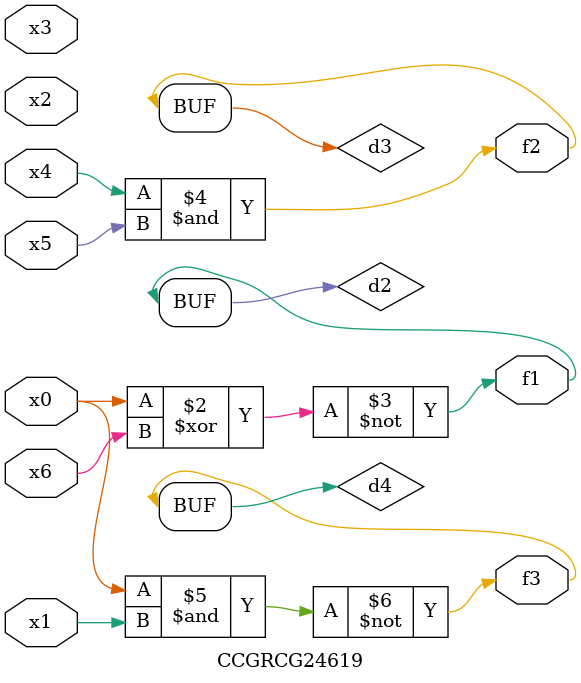
<source format=v>
module CCGRCG24619(
	input x0, x1, x2, x3, x4, x5, x6,
	output f1, f2, f3
);

	wire d1, d2, d3, d4;

	nor (d1, x0);
	xnor (d2, x0, x6);
	and (d3, x4, x5);
	nand (d4, x0, x1);
	assign f1 = d2;
	assign f2 = d3;
	assign f3 = d4;
endmodule

</source>
